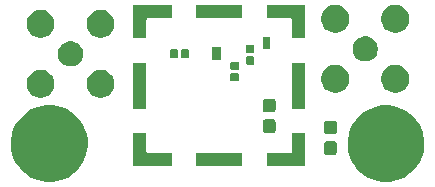
<source format=gbr>
G04 #@! TF.GenerationSoftware,KiCad,Pcbnew,5.1.4+dfsg1-1*
G04 #@! TF.CreationDate,2019-09-19T10:38:50+12:00*
G04 #@! TF.ProjectId,lna,6c6e612e-6b69-4636-9164-5f7063625858,rev?*
G04 #@! TF.SameCoordinates,Original*
G04 #@! TF.FileFunction,Soldermask,Top*
G04 #@! TF.FilePolarity,Negative*
%FSLAX46Y46*%
G04 Gerber Fmt 4.6, Leading zero omitted, Abs format (unit mm)*
G04 Created by KiCad (PCBNEW 5.1.4+dfsg1-1) date 2019-09-19 10:38:50*
%MOMM*%
%LPD*%
G04 APERTURE LIST*
%ADD10C,0.100000*%
G04 APERTURE END LIST*
D10*
G36*
X194634239Y-110311467D02*
G01*
X194948282Y-110373934D01*
X195539926Y-110619001D01*
X195857174Y-110830980D01*
X196072391Y-110974783D01*
X196525217Y-111427609D01*
X196571400Y-111496727D01*
X196880999Y-111960074D01*
X197126066Y-112551718D01*
X197148939Y-112666708D01*
X197251000Y-113179803D01*
X197251000Y-113820197D01*
X197188533Y-114134239D01*
X197126066Y-114448282D01*
X196880999Y-115039926D01*
X196635232Y-115407741D01*
X196543903Y-115544426D01*
X196525216Y-115572392D01*
X196072392Y-116025216D01*
X195539926Y-116380999D01*
X194948282Y-116626066D01*
X194634239Y-116688533D01*
X194320197Y-116751000D01*
X193679803Y-116751000D01*
X193365761Y-116688533D01*
X193051718Y-116626066D01*
X192460074Y-116380999D01*
X191927608Y-116025216D01*
X191474784Y-115572392D01*
X191456098Y-115544426D01*
X191364768Y-115407741D01*
X191119001Y-115039926D01*
X190873934Y-114448282D01*
X190811467Y-114134239D01*
X190749000Y-113820197D01*
X190749000Y-113179803D01*
X190851061Y-112666708D01*
X190873934Y-112551718D01*
X191119001Y-111960074D01*
X191428600Y-111496727D01*
X191474783Y-111427609D01*
X191927609Y-110974783D01*
X192142826Y-110830980D01*
X192460074Y-110619001D01*
X193051718Y-110373934D01*
X193365761Y-110311467D01*
X193679803Y-110249000D01*
X194320197Y-110249000D01*
X194634239Y-110311467D01*
X194634239Y-110311467D01*
G37*
G36*
X166137183Y-110308523D02*
G01*
X166451226Y-110370990D01*
X167042870Y-110616057D01*
X167364524Y-110830980D01*
X167575335Y-110971839D01*
X168028161Y-111424665D01*
X168057798Y-111469020D01*
X168383943Y-111957130D01*
X168629010Y-112548774D01*
X168658405Y-112696555D01*
X168753944Y-113176859D01*
X168753944Y-113817253D01*
X168727340Y-113951000D01*
X168629010Y-114445338D01*
X168383943Y-115036982D01*
X168028160Y-115569448D01*
X167575336Y-116022272D01*
X167042870Y-116378055D01*
X166451226Y-116623122D01*
X166137183Y-116685589D01*
X165823141Y-116748056D01*
X165182747Y-116748056D01*
X164868705Y-116685589D01*
X164554662Y-116623122D01*
X163963018Y-116378055D01*
X163430552Y-116022272D01*
X162977728Y-115569448D01*
X162621945Y-115036982D01*
X162376878Y-114445338D01*
X162278548Y-113951000D01*
X162251944Y-113817253D01*
X162251944Y-113176859D01*
X162347483Y-112696555D01*
X162376878Y-112548774D01*
X162621945Y-111957130D01*
X162948090Y-111469020D01*
X162977727Y-111424665D01*
X163430553Y-110971839D01*
X163641364Y-110830980D01*
X163963018Y-110616057D01*
X164554662Y-110370990D01*
X164868705Y-110308523D01*
X165182747Y-110246056D01*
X165823141Y-110246056D01*
X166137183Y-110308523D01*
X166137183Y-110308523D01*
G37*
G36*
X173721000Y-114174001D02*
G01*
X173723402Y-114198387D01*
X173730515Y-114221836D01*
X173742066Y-114243447D01*
X173757611Y-114262389D01*
X173776553Y-114277934D01*
X173798164Y-114289485D01*
X173821613Y-114296598D01*
X173845999Y-114299000D01*
X175851000Y-114299000D01*
X175851000Y-115401000D01*
X172619000Y-115401000D01*
X172619000Y-112649000D01*
X173721000Y-112649000D01*
X173721000Y-114174001D01*
X173721000Y-114174001D01*
G37*
G36*
X181851000Y-115401000D02*
G01*
X177949000Y-115401000D01*
X177949000Y-114299000D01*
X181851000Y-114299000D01*
X181851000Y-115401000D01*
X181851000Y-115401000D01*
G37*
G36*
X187181000Y-115401000D02*
G01*
X183949000Y-115401000D01*
X183949000Y-114299000D01*
X185954001Y-114299000D01*
X185978387Y-114296598D01*
X186001836Y-114289485D01*
X186023447Y-114277934D01*
X186042389Y-114262389D01*
X186057934Y-114243447D01*
X186069485Y-114221836D01*
X186076598Y-114198387D01*
X186079000Y-114174001D01*
X186079000Y-112649000D01*
X187181000Y-112649000D01*
X187181000Y-115401000D01*
X187181000Y-115401000D01*
G37*
G36*
X189664499Y-113303445D02*
G01*
X189701995Y-113314820D01*
X189736554Y-113333292D01*
X189766847Y-113358153D01*
X189791708Y-113388446D01*
X189810180Y-113423005D01*
X189821555Y-113460501D01*
X189826000Y-113505638D01*
X189826000Y-114244362D01*
X189821555Y-114289499D01*
X189810180Y-114326995D01*
X189791708Y-114361554D01*
X189766847Y-114391847D01*
X189736554Y-114416708D01*
X189701995Y-114435180D01*
X189664499Y-114446555D01*
X189619362Y-114451000D01*
X188980638Y-114451000D01*
X188935501Y-114446555D01*
X188898005Y-114435180D01*
X188863446Y-114416708D01*
X188833153Y-114391847D01*
X188808292Y-114361554D01*
X188789820Y-114326995D01*
X188778445Y-114289499D01*
X188774000Y-114244362D01*
X188774000Y-113505638D01*
X188778445Y-113460501D01*
X188789820Y-113423005D01*
X188808292Y-113388446D01*
X188833153Y-113358153D01*
X188863446Y-113333292D01*
X188898005Y-113314820D01*
X188935501Y-113303445D01*
X188980638Y-113299000D01*
X189619362Y-113299000D01*
X189664499Y-113303445D01*
X189664499Y-113303445D01*
G37*
G36*
X189664499Y-111553445D02*
G01*
X189701995Y-111564820D01*
X189736554Y-111583292D01*
X189766847Y-111608153D01*
X189791708Y-111638446D01*
X189810180Y-111673005D01*
X189821555Y-111710501D01*
X189826000Y-111755638D01*
X189826000Y-112494362D01*
X189821555Y-112539499D01*
X189810180Y-112576995D01*
X189791708Y-112611554D01*
X189766847Y-112641847D01*
X189736554Y-112666708D01*
X189701995Y-112685180D01*
X189664499Y-112696555D01*
X189619362Y-112701000D01*
X188980638Y-112701000D01*
X188935501Y-112696555D01*
X188898005Y-112685180D01*
X188863446Y-112666708D01*
X188833153Y-112641847D01*
X188808292Y-112611554D01*
X188789820Y-112576995D01*
X188778445Y-112539499D01*
X188774000Y-112494362D01*
X188774000Y-111755638D01*
X188778445Y-111710501D01*
X188789820Y-111673005D01*
X188808292Y-111638446D01*
X188833153Y-111608153D01*
X188863446Y-111583292D01*
X188898005Y-111564820D01*
X188935501Y-111553445D01*
X188980638Y-111549000D01*
X189619362Y-111549000D01*
X189664499Y-111553445D01*
X189664499Y-111553445D01*
G37*
G36*
X184489499Y-111453445D02*
G01*
X184526995Y-111464820D01*
X184561554Y-111483292D01*
X184591847Y-111508153D01*
X184616708Y-111538446D01*
X184635180Y-111573005D01*
X184646555Y-111610501D01*
X184651000Y-111655638D01*
X184651000Y-112394362D01*
X184646555Y-112439499D01*
X184635180Y-112476995D01*
X184616708Y-112511554D01*
X184591847Y-112541847D01*
X184561554Y-112566708D01*
X184526995Y-112585180D01*
X184489499Y-112596555D01*
X184444362Y-112601000D01*
X183805638Y-112601000D01*
X183760501Y-112596555D01*
X183723005Y-112585180D01*
X183688446Y-112566708D01*
X183658153Y-112541847D01*
X183633292Y-112511554D01*
X183614820Y-112476995D01*
X183603445Y-112439499D01*
X183599000Y-112394362D01*
X183599000Y-111655638D01*
X183603445Y-111610501D01*
X183614820Y-111573005D01*
X183633292Y-111538446D01*
X183658153Y-111508153D01*
X183688446Y-111483292D01*
X183723005Y-111464820D01*
X183760501Y-111453445D01*
X183805638Y-111449000D01*
X184444362Y-111449000D01*
X184489499Y-111453445D01*
X184489499Y-111453445D01*
G37*
G36*
X184489499Y-109703445D02*
G01*
X184526995Y-109714820D01*
X184561554Y-109733292D01*
X184591847Y-109758153D01*
X184616708Y-109788446D01*
X184635180Y-109823005D01*
X184646555Y-109860501D01*
X184651000Y-109905638D01*
X184651000Y-110644362D01*
X184646555Y-110689499D01*
X184635180Y-110726995D01*
X184616708Y-110761554D01*
X184591847Y-110791847D01*
X184561554Y-110816708D01*
X184526995Y-110835180D01*
X184489499Y-110846555D01*
X184444362Y-110851000D01*
X183805638Y-110851000D01*
X183760501Y-110846555D01*
X183723005Y-110835180D01*
X183688446Y-110816708D01*
X183658153Y-110791847D01*
X183633292Y-110761554D01*
X183614820Y-110726995D01*
X183603445Y-110689499D01*
X183599000Y-110644362D01*
X183599000Y-109905638D01*
X183603445Y-109860501D01*
X183614820Y-109823005D01*
X183633292Y-109788446D01*
X183658153Y-109758153D01*
X183688446Y-109733292D01*
X183723005Y-109714820D01*
X183760501Y-109703445D01*
X183805638Y-109699000D01*
X184444362Y-109699000D01*
X184489499Y-109703445D01*
X184489499Y-109703445D01*
G37*
G36*
X187181000Y-110551000D02*
G01*
X186079000Y-110551000D01*
X186079000Y-106649000D01*
X187181000Y-106649000D01*
X187181000Y-110551000D01*
X187181000Y-110551000D01*
G37*
G36*
X173721000Y-110551000D02*
G01*
X172619000Y-110551000D01*
X172619000Y-106649000D01*
X173721000Y-106649000D01*
X173721000Y-110551000D01*
X173721000Y-110551000D01*
G37*
G36*
X170002500Y-107273284D02*
G01*
X170183027Y-107309193D01*
X170397045Y-107397842D01*
X170397046Y-107397843D01*
X170589654Y-107526539D01*
X170753461Y-107690346D01*
X170777952Y-107727000D01*
X170882158Y-107882955D01*
X170970807Y-108096973D01*
X171016000Y-108324174D01*
X171016000Y-108555826D01*
X170970807Y-108783027D01*
X170882158Y-108997045D01*
X170882157Y-108997046D01*
X170753461Y-109189654D01*
X170589654Y-109353461D01*
X170461249Y-109439258D01*
X170397045Y-109482158D01*
X170183027Y-109570807D01*
X170031560Y-109600936D01*
X169955827Y-109616000D01*
X169724173Y-109616000D01*
X169648440Y-109600936D01*
X169496973Y-109570807D01*
X169282955Y-109482158D01*
X169218751Y-109439258D01*
X169090346Y-109353461D01*
X168926539Y-109189654D01*
X168797843Y-108997046D01*
X168797842Y-108997045D01*
X168709193Y-108783027D01*
X168664000Y-108555826D01*
X168664000Y-108324174D01*
X168709193Y-108096973D01*
X168797842Y-107882955D01*
X168902048Y-107727000D01*
X168926539Y-107690346D01*
X169090346Y-107526539D01*
X169282954Y-107397843D01*
X169282955Y-107397842D01*
X169496973Y-107309193D01*
X169677500Y-107273284D01*
X169724173Y-107264000D01*
X169955827Y-107264000D01*
X170002500Y-107273284D01*
X170002500Y-107273284D01*
G37*
G36*
X164922500Y-107273284D02*
G01*
X165103027Y-107309193D01*
X165317045Y-107397842D01*
X165317046Y-107397843D01*
X165509654Y-107526539D01*
X165673461Y-107690346D01*
X165697952Y-107727000D01*
X165802158Y-107882955D01*
X165890807Y-108096973D01*
X165936000Y-108324174D01*
X165936000Y-108555826D01*
X165890807Y-108783027D01*
X165802158Y-108997045D01*
X165802157Y-108997046D01*
X165673461Y-109189654D01*
X165509654Y-109353461D01*
X165381249Y-109439258D01*
X165317045Y-109482158D01*
X165103027Y-109570807D01*
X164951560Y-109600936D01*
X164875827Y-109616000D01*
X164644173Y-109616000D01*
X164568440Y-109600936D01*
X164416973Y-109570807D01*
X164202955Y-109482158D01*
X164138751Y-109439258D01*
X164010346Y-109353461D01*
X163846539Y-109189654D01*
X163717843Y-108997046D01*
X163717842Y-108997045D01*
X163629193Y-108783027D01*
X163584000Y-108555826D01*
X163584000Y-108324174D01*
X163629193Y-108096973D01*
X163717842Y-107882955D01*
X163822048Y-107727000D01*
X163846539Y-107690346D01*
X164010346Y-107526539D01*
X164202954Y-107397843D01*
X164202955Y-107397842D01*
X164416973Y-107309193D01*
X164597500Y-107273284D01*
X164644173Y-107264000D01*
X164875827Y-107264000D01*
X164922500Y-107273284D01*
X164922500Y-107273284D01*
G37*
G36*
X194978914Y-106853538D02*
G01*
X195133027Y-106884193D01*
X195347045Y-106972842D01*
X195347046Y-106972843D01*
X195539654Y-107101539D01*
X195703461Y-107265346D01*
X195789258Y-107393751D01*
X195832158Y-107457955D01*
X195920807Y-107671973D01*
X195966000Y-107899174D01*
X195966000Y-108130826D01*
X195920807Y-108358027D01*
X195832158Y-108572045D01*
X195832157Y-108572046D01*
X195703461Y-108764654D01*
X195539654Y-108928461D01*
X195437010Y-108997045D01*
X195347045Y-109057158D01*
X195133027Y-109145807D01*
X194981560Y-109175936D01*
X194905827Y-109191000D01*
X194674173Y-109191000D01*
X194598440Y-109175936D01*
X194446973Y-109145807D01*
X194232955Y-109057158D01*
X194142990Y-108997045D01*
X194040346Y-108928461D01*
X193876539Y-108764654D01*
X193747843Y-108572046D01*
X193747842Y-108572045D01*
X193659193Y-108358027D01*
X193614000Y-108130826D01*
X193614000Y-107899174D01*
X193659193Y-107671973D01*
X193747842Y-107457955D01*
X193790742Y-107393751D01*
X193876539Y-107265346D01*
X194040346Y-107101539D01*
X194232954Y-106972843D01*
X194232955Y-106972842D01*
X194446973Y-106884193D01*
X194601086Y-106853538D01*
X194674173Y-106839000D01*
X194905827Y-106839000D01*
X194978914Y-106853538D01*
X194978914Y-106853538D01*
G37*
G36*
X189898914Y-106853538D02*
G01*
X190053027Y-106884193D01*
X190267045Y-106972842D01*
X190267046Y-106972843D01*
X190459654Y-107101539D01*
X190623461Y-107265346D01*
X190709258Y-107393751D01*
X190752158Y-107457955D01*
X190840807Y-107671973D01*
X190886000Y-107899174D01*
X190886000Y-108130826D01*
X190840807Y-108358027D01*
X190752158Y-108572045D01*
X190752157Y-108572046D01*
X190623461Y-108764654D01*
X190459654Y-108928461D01*
X190357010Y-108997045D01*
X190267045Y-109057158D01*
X190053027Y-109145807D01*
X189901560Y-109175936D01*
X189825827Y-109191000D01*
X189594173Y-109191000D01*
X189518440Y-109175936D01*
X189366973Y-109145807D01*
X189152955Y-109057158D01*
X189062990Y-108997045D01*
X188960346Y-108928461D01*
X188796539Y-108764654D01*
X188667843Y-108572046D01*
X188667842Y-108572045D01*
X188579193Y-108358027D01*
X188534000Y-108130826D01*
X188534000Y-107899174D01*
X188579193Y-107671973D01*
X188667842Y-107457955D01*
X188710742Y-107393751D01*
X188796539Y-107265346D01*
X188960346Y-107101539D01*
X189152954Y-106972843D01*
X189152955Y-106972842D01*
X189366973Y-106884193D01*
X189521086Y-106853538D01*
X189594173Y-106839000D01*
X189825827Y-106839000D01*
X189898914Y-106853538D01*
X189898914Y-106853538D01*
G37*
G36*
X181481938Y-107556716D02*
G01*
X181502557Y-107562971D01*
X181521553Y-107573124D01*
X181538208Y-107586792D01*
X181551876Y-107603447D01*
X181562029Y-107622443D01*
X181568284Y-107643062D01*
X181571000Y-107670640D01*
X181571000Y-108129360D01*
X181568284Y-108156938D01*
X181562029Y-108177557D01*
X181551876Y-108196553D01*
X181538208Y-108213208D01*
X181521553Y-108226876D01*
X181502557Y-108237029D01*
X181481938Y-108243284D01*
X181454360Y-108246000D01*
X180945640Y-108246000D01*
X180918062Y-108243284D01*
X180897443Y-108237029D01*
X180878447Y-108226876D01*
X180861792Y-108213208D01*
X180848124Y-108196553D01*
X180837971Y-108177557D01*
X180831716Y-108156938D01*
X180829000Y-108129360D01*
X180829000Y-107670640D01*
X180831716Y-107643062D01*
X180837971Y-107622443D01*
X180848124Y-107603447D01*
X180861792Y-107586792D01*
X180878447Y-107573124D01*
X180897443Y-107562971D01*
X180918062Y-107556716D01*
X180945640Y-107554000D01*
X181454360Y-107554000D01*
X181481938Y-107556716D01*
X181481938Y-107556716D01*
G37*
G36*
X181481938Y-106586716D02*
G01*
X181502557Y-106592971D01*
X181521553Y-106603124D01*
X181538208Y-106616792D01*
X181551876Y-106633447D01*
X181562029Y-106652443D01*
X181568284Y-106673062D01*
X181571000Y-106700640D01*
X181571000Y-107159360D01*
X181568284Y-107186938D01*
X181562029Y-107207557D01*
X181551876Y-107226553D01*
X181538208Y-107243208D01*
X181521553Y-107256876D01*
X181502557Y-107267029D01*
X181481938Y-107273284D01*
X181454360Y-107276000D01*
X180945640Y-107276000D01*
X180918062Y-107273284D01*
X180897443Y-107267029D01*
X180878447Y-107256876D01*
X180861792Y-107243208D01*
X180848124Y-107226553D01*
X180837971Y-107207557D01*
X180831716Y-107186938D01*
X180829000Y-107159360D01*
X180829000Y-106700640D01*
X180831716Y-106673062D01*
X180837971Y-106652443D01*
X180848124Y-106633447D01*
X180861792Y-106616792D01*
X180878447Y-106603124D01*
X180897443Y-106592971D01*
X180918062Y-106586716D01*
X180945640Y-106584000D01*
X181454360Y-106584000D01*
X181481938Y-106586716D01*
X181481938Y-106586716D01*
G37*
G36*
X167475271Y-104837783D02*
G01*
X167613858Y-104865350D01*
X167809677Y-104946461D01*
X167985910Y-105064216D01*
X168135784Y-105214090D01*
X168253539Y-105390323D01*
X168334650Y-105586142D01*
X168376000Y-105794023D01*
X168376000Y-106005977D01*
X168334650Y-106213858D01*
X168253539Y-106409677D01*
X168135784Y-106585910D01*
X167985910Y-106735784D01*
X167809677Y-106853539D01*
X167613858Y-106934650D01*
X167475271Y-106962217D01*
X167405978Y-106976000D01*
X167194022Y-106976000D01*
X167124729Y-106962217D01*
X166986142Y-106934650D01*
X166790323Y-106853539D01*
X166614090Y-106735784D01*
X166464216Y-106585910D01*
X166346461Y-106409677D01*
X166265350Y-106213858D01*
X166224000Y-106005977D01*
X166224000Y-105794023D01*
X166265350Y-105586142D01*
X166346461Y-105390323D01*
X166464216Y-105214090D01*
X166614090Y-105064216D01*
X166790323Y-104946461D01*
X166986142Y-104865350D01*
X167124729Y-104837783D01*
X167194022Y-104824000D01*
X167405978Y-104824000D01*
X167475271Y-104837783D01*
X167475271Y-104837783D01*
G37*
G36*
X182781938Y-106126716D02*
G01*
X182802557Y-106132971D01*
X182821553Y-106143124D01*
X182838208Y-106156792D01*
X182851876Y-106173447D01*
X182862029Y-106192443D01*
X182868284Y-106213062D01*
X182871000Y-106240640D01*
X182871000Y-106699360D01*
X182868284Y-106726938D01*
X182862029Y-106747557D01*
X182851876Y-106766553D01*
X182838208Y-106783208D01*
X182821553Y-106796876D01*
X182802557Y-106807029D01*
X182781938Y-106813284D01*
X182754360Y-106816000D01*
X182245640Y-106816000D01*
X182218062Y-106813284D01*
X182197443Y-106807029D01*
X182178447Y-106796876D01*
X182161792Y-106783208D01*
X182148124Y-106766553D01*
X182137971Y-106747557D01*
X182131716Y-106726938D01*
X182129000Y-106699360D01*
X182129000Y-106240640D01*
X182131716Y-106213062D01*
X182137971Y-106192443D01*
X182148124Y-106173447D01*
X182161792Y-106156792D01*
X182178447Y-106143124D01*
X182197443Y-106132971D01*
X182218062Y-106126716D01*
X182245640Y-106124000D01*
X182754360Y-106124000D01*
X182781938Y-106126716D01*
X182781938Y-106126716D01*
G37*
G36*
X192425271Y-104412783D02*
G01*
X192563858Y-104440350D01*
X192759677Y-104521461D01*
X192935910Y-104639216D01*
X193085784Y-104789090D01*
X193203539Y-104965323D01*
X193284650Y-105161142D01*
X193326000Y-105369023D01*
X193326000Y-105580977D01*
X193284650Y-105788858D01*
X193203539Y-105984677D01*
X193085784Y-106160910D01*
X192935910Y-106310784D01*
X192759677Y-106428539D01*
X192563858Y-106509650D01*
X192425271Y-106537217D01*
X192355978Y-106551000D01*
X192144022Y-106551000D01*
X192074729Y-106537217D01*
X191936142Y-106509650D01*
X191740323Y-106428539D01*
X191564090Y-106310784D01*
X191414216Y-106160910D01*
X191296461Y-105984677D01*
X191215350Y-105788858D01*
X191174000Y-105580977D01*
X191174000Y-105369023D01*
X191215350Y-105161142D01*
X191296461Y-104965323D01*
X191414216Y-104789090D01*
X191564090Y-104639216D01*
X191740323Y-104521461D01*
X191936142Y-104440350D01*
X192074729Y-104412783D01*
X192144022Y-104399000D01*
X192355978Y-104399000D01*
X192425271Y-104412783D01*
X192425271Y-104412783D01*
G37*
G36*
X180076000Y-106451000D02*
G01*
X179274000Y-106451000D01*
X179274000Y-105349000D01*
X180076000Y-105349000D01*
X180076000Y-106451000D01*
X180076000Y-106451000D01*
G37*
G36*
X177271938Y-105531716D02*
G01*
X177292557Y-105537971D01*
X177311553Y-105548124D01*
X177328208Y-105561792D01*
X177341876Y-105578447D01*
X177352029Y-105597443D01*
X177358284Y-105618062D01*
X177361000Y-105645640D01*
X177361000Y-106154360D01*
X177358284Y-106181938D01*
X177352029Y-106202557D01*
X177341876Y-106221553D01*
X177328208Y-106238208D01*
X177311553Y-106251876D01*
X177292557Y-106262029D01*
X177271938Y-106268284D01*
X177244360Y-106271000D01*
X176785640Y-106271000D01*
X176758062Y-106268284D01*
X176737443Y-106262029D01*
X176718447Y-106251876D01*
X176701792Y-106238208D01*
X176688124Y-106221553D01*
X176677971Y-106202557D01*
X176671716Y-106181938D01*
X176669000Y-106154360D01*
X176669000Y-105645640D01*
X176671716Y-105618062D01*
X176677971Y-105597443D01*
X176688124Y-105578447D01*
X176701792Y-105561792D01*
X176718447Y-105548124D01*
X176737443Y-105537971D01*
X176758062Y-105531716D01*
X176785640Y-105529000D01*
X177244360Y-105529000D01*
X177271938Y-105531716D01*
X177271938Y-105531716D01*
G37*
G36*
X176301938Y-105531716D02*
G01*
X176322557Y-105537971D01*
X176341553Y-105548124D01*
X176358208Y-105561792D01*
X176371876Y-105578447D01*
X176382029Y-105597443D01*
X176388284Y-105618062D01*
X176391000Y-105645640D01*
X176391000Y-106154360D01*
X176388284Y-106181938D01*
X176382029Y-106202557D01*
X176371876Y-106221553D01*
X176358208Y-106238208D01*
X176341553Y-106251876D01*
X176322557Y-106262029D01*
X176301938Y-106268284D01*
X176274360Y-106271000D01*
X175815640Y-106271000D01*
X175788062Y-106268284D01*
X175767443Y-106262029D01*
X175748447Y-106251876D01*
X175731792Y-106238208D01*
X175718124Y-106221553D01*
X175707971Y-106202557D01*
X175701716Y-106181938D01*
X175699000Y-106154360D01*
X175699000Y-105645640D01*
X175701716Y-105618062D01*
X175707971Y-105597443D01*
X175718124Y-105578447D01*
X175731792Y-105561792D01*
X175748447Y-105548124D01*
X175767443Y-105537971D01*
X175788062Y-105531716D01*
X175815640Y-105529000D01*
X176274360Y-105529000D01*
X176301938Y-105531716D01*
X176301938Y-105531716D01*
G37*
G36*
X182781938Y-105156716D02*
G01*
X182802557Y-105162971D01*
X182821553Y-105173124D01*
X182838208Y-105186792D01*
X182851876Y-105203447D01*
X182862029Y-105222443D01*
X182868284Y-105243062D01*
X182871000Y-105270640D01*
X182871000Y-105729360D01*
X182868284Y-105756938D01*
X182862029Y-105777557D01*
X182851876Y-105796553D01*
X182838208Y-105813208D01*
X182821553Y-105826876D01*
X182802557Y-105837029D01*
X182781938Y-105843284D01*
X182754360Y-105846000D01*
X182245640Y-105846000D01*
X182218062Y-105843284D01*
X182197443Y-105837029D01*
X182178447Y-105826876D01*
X182161792Y-105813208D01*
X182148124Y-105796553D01*
X182137971Y-105777557D01*
X182131716Y-105756938D01*
X182129000Y-105729360D01*
X182129000Y-105270640D01*
X182131716Y-105243062D01*
X182137971Y-105222443D01*
X182148124Y-105203447D01*
X182161792Y-105186792D01*
X182178447Y-105173124D01*
X182197443Y-105162971D01*
X182218062Y-105156716D01*
X182245640Y-105154000D01*
X182754360Y-105154000D01*
X182781938Y-105156716D01*
X182781938Y-105156716D01*
G37*
G36*
X184226000Y-105526000D02*
G01*
X183574000Y-105526000D01*
X183574000Y-104474000D01*
X184226000Y-104474000D01*
X184226000Y-105526000D01*
X184226000Y-105526000D01*
G37*
G36*
X175851000Y-102901000D02*
G01*
X173845999Y-102901000D01*
X173821613Y-102903402D01*
X173798164Y-102910515D01*
X173776553Y-102922066D01*
X173757611Y-102937611D01*
X173742066Y-102956553D01*
X173730515Y-102978164D01*
X173723402Y-103001613D01*
X173721000Y-103025999D01*
X173721000Y-104551000D01*
X172619000Y-104551000D01*
X172619000Y-101799000D01*
X175851000Y-101799000D01*
X175851000Y-102901000D01*
X175851000Y-102901000D01*
G37*
G36*
X187181000Y-104551000D02*
G01*
X186079000Y-104551000D01*
X186079000Y-103025999D01*
X186076598Y-103001613D01*
X186069485Y-102978164D01*
X186057934Y-102956553D01*
X186042389Y-102937611D01*
X186023447Y-102922066D01*
X186001836Y-102910515D01*
X185978387Y-102903402D01*
X185954001Y-102901000D01*
X183949000Y-102901000D01*
X183949000Y-101799000D01*
X187181000Y-101799000D01*
X187181000Y-104551000D01*
X187181000Y-104551000D01*
G37*
G36*
X170031560Y-102199064D02*
G01*
X170183027Y-102229193D01*
X170397045Y-102317842D01*
X170397046Y-102317843D01*
X170589654Y-102446539D01*
X170753461Y-102610346D01*
X170839258Y-102738751D01*
X170882158Y-102802955D01*
X170970807Y-103016973D01*
X171016000Y-103244174D01*
X171016000Y-103475826D01*
X170970807Y-103703027D01*
X170882158Y-103917045D01*
X170882157Y-103917046D01*
X170753461Y-104109654D01*
X170589654Y-104273461D01*
X170461249Y-104359258D01*
X170397045Y-104402158D01*
X170183027Y-104490807D01*
X170031560Y-104520936D01*
X169955827Y-104536000D01*
X169724173Y-104536000D01*
X169648440Y-104520936D01*
X169496973Y-104490807D01*
X169282955Y-104402158D01*
X169218751Y-104359258D01*
X169090346Y-104273461D01*
X168926539Y-104109654D01*
X168797843Y-103917046D01*
X168797842Y-103917045D01*
X168709193Y-103703027D01*
X168664000Y-103475826D01*
X168664000Y-103244174D01*
X168709193Y-103016973D01*
X168797842Y-102802955D01*
X168840742Y-102738751D01*
X168926539Y-102610346D01*
X169090346Y-102446539D01*
X169282954Y-102317843D01*
X169282955Y-102317842D01*
X169496973Y-102229193D01*
X169648440Y-102199064D01*
X169724173Y-102184000D01*
X169955827Y-102184000D01*
X170031560Y-102199064D01*
X170031560Y-102199064D01*
G37*
G36*
X164951560Y-102199064D02*
G01*
X165103027Y-102229193D01*
X165317045Y-102317842D01*
X165317046Y-102317843D01*
X165509654Y-102446539D01*
X165673461Y-102610346D01*
X165759258Y-102738751D01*
X165802158Y-102802955D01*
X165890807Y-103016973D01*
X165936000Y-103244174D01*
X165936000Y-103475826D01*
X165890807Y-103703027D01*
X165802158Y-103917045D01*
X165802157Y-103917046D01*
X165673461Y-104109654D01*
X165509654Y-104273461D01*
X165381249Y-104359258D01*
X165317045Y-104402158D01*
X165103027Y-104490807D01*
X164951560Y-104520936D01*
X164875827Y-104536000D01*
X164644173Y-104536000D01*
X164568440Y-104520936D01*
X164416973Y-104490807D01*
X164202955Y-104402158D01*
X164138751Y-104359258D01*
X164010346Y-104273461D01*
X163846539Y-104109654D01*
X163717843Y-103917046D01*
X163717842Y-103917045D01*
X163629193Y-103703027D01*
X163584000Y-103475826D01*
X163584000Y-103244174D01*
X163629193Y-103016973D01*
X163717842Y-102802955D01*
X163760742Y-102738751D01*
X163846539Y-102610346D01*
X164010346Y-102446539D01*
X164202954Y-102317843D01*
X164202955Y-102317842D01*
X164416973Y-102229193D01*
X164568440Y-102199064D01*
X164644173Y-102184000D01*
X164875827Y-102184000D01*
X164951560Y-102199064D01*
X164951560Y-102199064D01*
G37*
G36*
X194981560Y-101774064D02*
G01*
X195133027Y-101804193D01*
X195347045Y-101892842D01*
X195347046Y-101892843D01*
X195539654Y-102021539D01*
X195703461Y-102185346D01*
X195789258Y-102313751D01*
X195832158Y-102377955D01*
X195920807Y-102591973D01*
X195966000Y-102819174D01*
X195966000Y-103050826D01*
X195920807Y-103278027D01*
X195832158Y-103492045D01*
X195832157Y-103492046D01*
X195703461Y-103684654D01*
X195539654Y-103848461D01*
X195437010Y-103917045D01*
X195347045Y-103977158D01*
X195133027Y-104065807D01*
X194981560Y-104095936D01*
X194905827Y-104111000D01*
X194674173Y-104111000D01*
X194598440Y-104095936D01*
X194446973Y-104065807D01*
X194232955Y-103977158D01*
X194142990Y-103917045D01*
X194040346Y-103848461D01*
X193876539Y-103684654D01*
X193747843Y-103492046D01*
X193747842Y-103492045D01*
X193659193Y-103278027D01*
X193614000Y-103050826D01*
X193614000Y-102819174D01*
X193659193Y-102591973D01*
X193747842Y-102377955D01*
X193790742Y-102313751D01*
X193876539Y-102185346D01*
X194040346Y-102021539D01*
X194232954Y-101892843D01*
X194232955Y-101892842D01*
X194446973Y-101804193D01*
X194598440Y-101774064D01*
X194674173Y-101759000D01*
X194905827Y-101759000D01*
X194981560Y-101774064D01*
X194981560Y-101774064D01*
G37*
G36*
X189901560Y-101774064D02*
G01*
X190053027Y-101804193D01*
X190267045Y-101892842D01*
X190267046Y-101892843D01*
X190459654Y-102021539D01*
X190623461Y-102185346D01*
X190709258Y-102313751D01*
X190752158Y-102377955D01*
X190840807Y-102591973D01*
X190886000Y-102819174D01*
X190886000Y-103050826D01*
X190840807Y-103278027D01*
X190752158Y-103492045D01*
X190752157Y-103492046D01*
X190623461Y-103684654D01*
X190459654Y-103848461D01*
X190357010Y-103917045D01*
X190267045Y-103977158D01*
X190053027Y-104065807D01*
X189901560Y-104095936D01*
X189825827Y-104111000D01*
X189594173Y-104111000D01*
X189518440Y-104095936D01*
X189366973Y-104065807D01*
X189152955Y-103977158D01*
X189062990Y-103917045D01*
X188960346Y-103848461D01*
X188796539Y-103684654D01*
X188667843Y-103492046D01*
X188667842Y-103492045D01*
X188579193Y-103278027D01*
X188534000Y-103050826D01*
X188534000Y-102819174D01*
X188579193Y-102591973D01*
X188667842Y-102377955D01*
X188710742Y-102313751D01*
X188796539Y-102185346D01*
X188960346Y-102021539D01*
X189152954Y-101892843D01*
X189152955Y-101892842D01*
X189366973Y-101804193D01*
X189518440Y-101774064D01*
X189594173Y-101759000D01*
X189825827Y-101759000D01*
X189901560Y-101774064D01*
X189901560Y-101774064D01*
G37*
G36*
X181851000Y-102901000D02*
G01*
X177949000Y-102901000D01*
X177949000Y-101799000D01*
X181851000Y-101799000D01*
X181851000Y-102901000D01*
X181851000Y-102901000D01*
G37*
M02*

</source>
